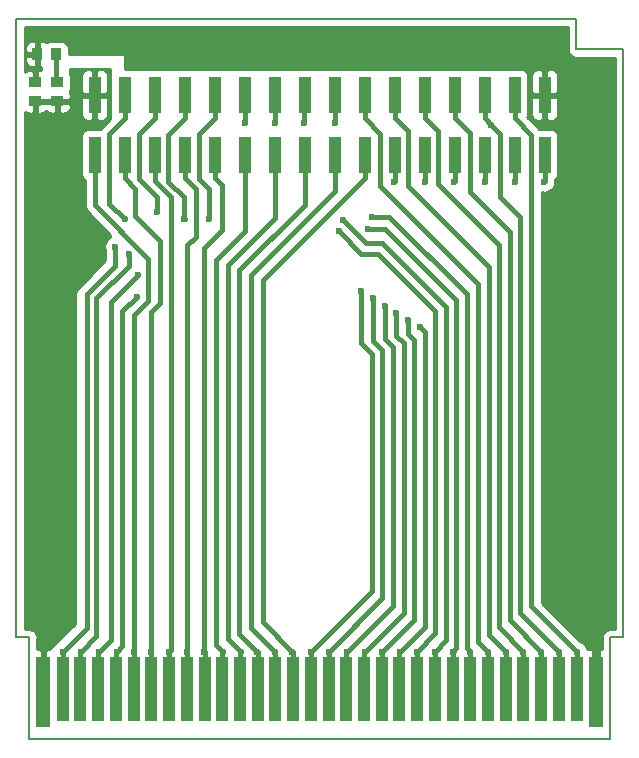
<source format=gbr>
G04 #@! TF.GenerationSoftware,KiCad,Pcbnew,5.1.6-c6e7f7d~86~ubuntu20.04.1*
G04 #@! TF.CreationDate,2020-05-17T16:09:24+03:00*
G04 #@! TF.ProjectId,GB-BRK-CART,47422d42-524b-42d4-9341-52542e6b6963,v4.0*
G04 #@! TF.SameCoordinates,Original*
G04 #@! TF.FileFunction,Copper,L1,Top*
G04 #@! TF.FilePolarity,Positive*
%FSLAX46Y46*%
G04 Gerber Fmt 4.6, Leading zero omitted, Abs format (unit mm)*
G04 Created by KiCad (PCBNEW 5.1.6-c6e7f7d~86~ubuntu20.04.1) date 2020-05-17 16:09:24*
%MOMM*%
%LPD*%
G01*
G04 APERTURE LIST*
G04 #@! TA.AperFunction,Profile*
%ADD10C,0.150000*%
G04 #@! TD*
G04 #@! TA.AperFunction,SMDPad,CuDef*
%ADD11R,1.000000X3.150000*%
G04 #@! TD*
G04 #@! TA.AperFunction,SMDPad,CuDef*
%ADD12R,1.000000X0.820000*%
G04 #@! TD*
G04 #@! TA.AperFunction,SMDPad,CuDef*
%ADD13R,0.820000X1.000000*%
G04 #@! TD*
G04 #@! TA.AperFunction,ConnectorPad*
%ADD14R,1.300000X6.000000*%
G04 #@! TD*
G04 #@! TA.AperFunction,ConnectorPad*
%ADD15R,1.000000X5.500000*%
G04 #@! TD*
G04 #@! TA.AperFunction,ViaPad*
%ADD16C,0.600000*%
G04 #@! TD*
G04 #@! TA.AperFunction,ViaPad*
%ADD17C,1.000000*%
G04 #@! TD*
G04 #@! TA.AperFunction,Conductor*
%ADD18C,0.800000*%
G04 #@! TD*
G04 #@! TA.AperFunction,Conductor*
%ADD19C,0.400000*%
G04 #@! TD*
G04 #@! TA.AperFunction,Conductor*
%ADD20C,0.254000*%
G04 #@! TD*
G04 APERTURE END LIST*
D10*
X121700000Y-39000000D02*
X121700000Y-41600000D01*
X74300000Y-39000000D02*
X121700000Y-39000000D01*
X125700000Y-41600000D02*
X121700000Y-41600000D01*
X74300000Y-91400000D02*
X74300000Y-39000000D01*
X75400000Y-91400000D02*
X74300000Y-91400000D01*
X75400000Y-100000000D02*
X75400000Y-91400000D01*
X125700000Y-91400000D02*
X125700000Y-41600000D01*
X124600000Y-91400000D02*
X125700000Y-91400000D01*
X124600000Y-100000000D02*
X124600000Y-91400000D01*
X75400000Y-100000000D02*
X124600000Y-100000000D01*
D11*
X119050000Y-45475000D03*
X119050000Y-50525000D03*
X116510000Y-45475000D03*
X116510000Y-50525000D03*
X113970000Y-45475000D03*
X113970000Y-50525000D03*
X111430000Y-45475000D03*
X111430000Y-50525000D03*
X108890000Y-45475000D03*
X108890000Y-50525000D03*
X106350000Y-45475000D03*
X106350000Y-50525000D03*
X103810000Y-45475000D03*
X103810000Y-50525000D03*
X101270000Y-45475000D03*
X101270000Y-50525000D03*
X98730000Y-45475000D03*
X98730000Y-50525000D03*
X96190000Y-45475000D03*
X96190000Y-50525000D03*
X93650000Y-45475000D03*
X93650000Y-50525000D03*
X91110000Y-45475000D03*
X91110000Y-50525000D03*
X88570000Y-45475000D03*
X88570000Y-50525000D03*
X86030000Y-45475000D03*
X86030000Y-50525000D03*
X83490000Y-45475000D03*
X83490000Y-50525000D03*
X80950000Y-45475000D03*
X80950000Y-50525000D03*
D12*
X77800000Y-44400000D03*
X77800000Y-46000000D03*
D13*
X77700000Y-42000000D03*
X76100000Y-42000000D03*
D14*
X123400000Y-96000000D03*
D15*
X121750000Y-95750000D03*
X120250000Y-95750000D03*
X118750000Y-95750000D03*
X117250000Y-95750000D03*
X115750000Y-95750000D03*
X114250000Y-95750000D03*
X112750000Y-95750000D03*
X111250000Y-95750000D03*
X109750000Y-95750000D03*
X108250000Y-95750000D03*
X106750000Y-95750000D03*
X105250000Y-95750000D03*
X103750000Y-95750000D03*
X102250000Y-95750000D03*
X100750000Y-95750000D03*
X99250000Y-95750000D03*
X97750000Y-95750000D03*
X96250000Y-95750000D03*
X94750000Y-95750000D03*
X93250000Y-95750000D03*
X91750000Y-95750000D03*
X90250000Y-95750000D03*
X88750000Y-95750000D03*
X87250000Y-95750000D03*
X85750000Y-95750000D03*
X84250000Y-95750000D03*
X82750000Y-95750000D03*
X81250000Y-95750000D03*
X79750000Y-95750000D03*
D14*
X76600000Y-96000000D03*
D15*
X78250000Y-95750000D03*
D12*
X75900000Y-46000000D03*
X75900000Y-44400000D03*
D16*
X123400000Y-92600000D03*
D17*
X123400000Y-90200000D03*
X123900000Y-84000000D03*
X120700000Y-68500000D03*
X120300000Y-78300000D03*
X123300000Y-74500000D03*
X123000000Y-63200000D03*
X120300000Y-59000000D03*
X123300000Y-54900000D03*
X122300000Y-48800000D03*
X120300000Y-86100000D03*
X77600000Y-40300000D03*
X100000000Y-40200000D03*
X120200000Y-42900000D03*
D16*
X84300000Y-92600000D03*
X78300000Y-92600000D03*
X82700000Y-58300000D03*
X83500000Y-56000000D03*
X85700000Y-92600000D03*
X87250000Y-92600000D03*
X88800000Y-92600000D03*
X90200000Y-92600000D03*
X101600000Y-57000000D03*
X93700000Y-47800000D03*
X108250000Y-92600000D03*
X91800000Y-92600000D03*
X102006139Y-56086186D03*
X96200000Y-47800000D03*
X109750000Y-92600000D03*
X93300000Y-92600000D03*
X104100000Y-56800000D03*
X98700000Y-47800000D03*
X111250000Y-92600000D03*
X94700000Y-92600000D03*
X104400000Y-55800000D03*
X101300000Y-47800000D03*
X112750000Y-92600000D03*
X96200000Y-92600000D03*
X114250000Y-92600000D03*
X97700000Y-92600000D03*
X115750000Y-92600000D03*
X103500000Y-62100000D03*
X106300000Y-52800000D03*
X99300000Y-92600000D03*
X117250000Y-92600000D03*
X104499994Y-62700000D03*
X108900000Y-52800000D03*
X100800000Y-92600000D03*
X118750000Y-92600000D03*
X105500000Y-63300000D03*
X111400000Y-52800000D03*
X102300000Y-92600000D03*
X106499994Y-63900000D03*
X114000000Y-52800000D03*
X103800000Y-92600000D03*
X121750000Y-92600000D03*
X107507115Y-64507115D03*
X116500000Y-52800000D03*
X105300000Y-92600000D03*
X108500000Y-65100000D03*
X119000000Y-52800000D03*
X106800000Y-92600000D03*
X114520000Y-48000000D03*
X120250000Y-92600000D03*
X90600000Y-56000000D03*
X82800000Y-92600000D03*
X84499996Y-62600000D03*
X88500000Y-56000000D03*
X81300000Y-92600000D03*
X84600000Y-60700000D03*
X79800000Y-92600000D03*
X83847602Y-58952398D03*
X86200000Y-55400000D03*
D18*
X123400000Y-92600000D02*
X123400000Y-90200000D01*
X123400000Y-96000000D02*
X123400000Y-92600000D01*
X123400000Y-89792894D02*
X123400000Y-90200000D01*
X123400000Y-89700000D02*
X123400000Y-89792894D01*
X123900000Y-84000000D02*
X123400000Y-84500000D01*
X123400000Y-84500000D02*
X123400000Y-89792894D01*
X123900000Y-84000000D02*
X123900000Y-83800000D01*
D19*
X119050000Y-45230000D02*
X119050000Y-46230000D01*
X77800000Y-42100000D02*
X77700000Y-42000000D01*
X77700000Y-44300000D02*
X77800000Y-44400000D01*
X77700000Y-42000000D02*
X77700000Y-44300000D01*
X84300000Y-92600000D02*
X84300000Y-64131998D01*
X84300000Y-64131998D02*
X85500001Y-62931997D01*
X85500001Y-62931997D02*
X85500001Y-59332003D01*
X85500001Y-59332003D02*
X80950000Y-54782002D01*
X80950000Y-54782002D02*
X80950000Y-50525000D01*
X84250000Y-95750000D02*
X84250000Y-92650000D01*
X84250000Y-92650000D02*
X84300000Y-92600000D01*
X78300000Y-92600000D02*
X80300000Y-90600000D01*
X80300000Y-62328004D02*
X82700000Y-59928004D01*
X80300000Y-90600000D02*
X80300000Y-62328004D01*
X82700000Y-59928004D02*
X82700000Y-58300000D01*
X78250000Y-95750000D02*
X78250000Y-92650000D01*
X78250000Y-92650000D02*
X78300000Y-92600000D01*
X83500000Y-56000000D02*
X82200000Y-54700000D01*
X82200000Y-54700000D02*
X82200000Y-48740000D01*
X82200000Y-48740000D02*
X83490000Y-47450000D01*
X83490000Y-47450000D02*
X83490000Y-45475000D01*
X83490000Y-55990000D02*
X83500000Y-56000000D01*
X85700000Y-92600000D02*
X85700000Y-63863382D01*
X85700000Y-63863382D02*
X86500000Y-63063382D01*
X86500000Y-63063382D02*
X86500000Y-57832002D01*
X86500000Y-57832002D02*
X84400001Y-55732003D01*
X84400001Y-55732003D02*
X84400001Y-53410001D01*
X84400001Y-53410001D02*
X83490000Y-52500000D01*
X83490000Y-52500000D02*
X83490000Y-50525000D01*
X85750000Y-95750000D02*
X85750000Y-92650000D01*
X85750000Y-92650000D02*
X85700000Y-92600000D01*
X86030000Y-50525000D02*
X86030000Y-52777232D01*
X87400000Y-92450000D02*
X87250000Y-92600000D01*
X86030000Y-52777232D02*
X87400000Y-54147232D01*
X87400000Y-54147232D02*
X87400000Y-92450000D01*
X87250000Y-95750000D02*
X87250000Y-92600000D01*
X88800000Y-92600000D02*
X88800000Y-58200000D01*
X88800000Y-58200000D02*
X89500001Y-57499999D01*
X89500001Y-57499999D02*
X89500001Y-53430001D01*
X89500001Y-53430001D02*
X88570000Y-52500000D01*
X88570000Y-52500000D02*
X88570000Y-50525000D01*
X88750000Y-95750000D02*
X88750000Y-92650000D01*
X88750000Y-92650000D02*
X88800000Y-92600000D01*
X91110000Y-50525000D02*
X91110000Y-52500000D01*
X91110000Y-52500000D02*
X91700000Y-53090000D01*
X91700000Y-53090000D02*
X91700000Y-56900000D01*
X91700000Y-56900000D02*
X90200000Y-58400000D01*
X90200000Y-58400000D02*
X90200000Y-92600000D01*
X90250000Y-95750000D02*
X90250000Y-92650000D01*
X90250000Y-92650000D02*
X90200000Y-92600000D01*
X108250000Y-92600000D02*
X109800000Y-91050000D01*
X109800000Y-91050000D02*
X109800000Y-63800000D01*
X103500000Y-58900000D02*
X101600000Y-57000000D01*
X109800000Y-63800000D02*
X104900000Y-58900000D01*
X104900000Y-58900000D02*
X103500000Y-58900000D01*
X93700000Y-47800000D02*
X93700000Y-45525000D01*
X93700000Y-45525000D02*
X93650000Y-45475000D01*
X108250000Y-92600000D02*
X108250000Y-95750000D01*
X93650000Y-50525000D02*
X93650000Y-56950000D01*
X93650000Y-56950000D02*
X91200000Y-59400000D01*
X91200000Y-59400000D02*
X91200000Y-92000000D01*
X91200000Y-92000000D02*
X91800000Y-92600000D01*
X91750000Y-95750000D02*
X91750000Y-92650000D01*
X91750000Y-92650000D02*
X91800000Y-92600000D01*
X110700000Y-63400006D02*
X105299994Y-58000000D01*
X105299994Y-58000000D02*
X103919953Y-58000000D01*
X103919953Y-58000000D02*
X102006139Y-56086186D01*
X110700000Y-63400006D02*
X110700000Y-63400000D01*
X109750000Y-92600000D02*
X110700000Y-91650000D01*
X110700000Y-91650000D02*
X110700000Y-63400006D01*
X96200000Y-47800000D02*
X96200000Y-45485000D01*
X96200000Y-45485000D02*
X96190000Y-45475000D01*
X109750000Y-92600000D02*
X109750000Y-95750000D01*
X93300000Y-92600000D02*
X92200000Y-91500000D01*
X92200000Y-91500000D02*
X92200000Y-59900000D01*
X92200000Y-59900000D02*
X96190000Y-55910000D01*
X96190000Y-55910000D02*
X96190000Y-50525000D01*
X93250000Y-95750000D02*
X93250000Y-92650000D01*
X93250000Y-92650000D02*
X93300000Y-92600000D01*
X105500014Y-56800000D02*
X104100000Y-56800000D01*
X111549999Y-62849985D02*
X105500014Y-56800000D01*
X111549999Y-92300001D02*
X111549999Y-62849985D01*
X111250000Y-92600000D02*
X111549999Y-92300001D01*
X98700000Y-47800000D02*
X98700000Y-45505000D01*
X98700000Y-45505000D02*
X98730000Y-45475000D01*
X111250000Y-92600000D02*
X111250000Y-95750000D01*
X98730000Y-50525000D02*
X98730000Y-54770000D01*
X98730000Y-54770000D02*
X93200000Y-60300000D01*
X93200000Y-60300000D02*
X93200000Y-91100000D01*
X93200000Y-91100000D02*
X94700000Y-92600000D01*
X94750000Y-95750000D02*
X94750000Y-92650000D01*
X94750000Y-92650000D02*
X94700000Y-92600000D01*
X105899996Y-55800000D02*
X104400000Y-55800000D01*
X112450001Y-62350005D02*
X105899996Y-55800000D01*
X112450001Y-92300001D02*
X112450001Y-62350005D01*
X112750000Y-92600000D02*
X112450001Y-92300001D01*
X101300000Y-47800000D02*
X101300000Y-45505000D01*
X101300000Y-45505000D02*
X101270000Y-45475000D01*
X112750000Y-92600000D02*
X112750000Y-95750000D01*
X101270000Y-50525000D02*
X101270000Y-53630000D01*
X101270000Y-53630000D02*
X94200000Y-60700000D01*
X94200000Y-60700000D02*
X94200000Y-90600000D01*
X94200000Y-90600000D02*
X96200000Y-92600000D01*
X96250000Y-95750000D02*
X96250000Y-92650000D01*
X96250000Y-92650000D02*
X96200000Y-92600000D01*
X114250000Y-92600000D02*
X113400000Y-91750000D01*
X113400000Y-91750000D02*
X113400000Y-61500000D01*
X113400000Y-61500000D02*
X105100000Y-53200000D01*
X105100000Y-53200000D02*
X105100000Y-48740000D01*
X105100000Y-48740000D02*
X103810000Y-47450000D01*
X103810000Y-47450000D02*
X103810000Y-45475000D01*
X114250000Y-92600000D02*
X114250000Y-95750000D01*
X103810000Y-52500000D02*
X95200000Y-61110000D01*
X103810000Y-50525000D02*
X103810000Y-52500000D01*
X95200000Y-61110000D02*
X95200000Y-90100000D01*
X95200000Y-90100000D02*
X97700000Y-92600000D01*
X97750000Y-95750000D02*
X97750000Y-92650000D01*
X97750000Y-92650000D02*
X97700000Y-92600000D01*
X115750000Y-92600000D02*
X114300000Y-91150000D01*
X114300000Y-91150000D02*
X114300000Y-60000000D01*
X114300000Y-60000000D02*
X107450001Y-53150001D01*
X107450001Y-53150001D02*
X107450001Y-48550001D01*
X107450001Y-48550001D02*
X106350000Y-47450000D01*
X106350000Y-47450000D02*
X106350000Y-45475000D01*
X115750000Y-92600000D02*
X115750000Y-95750000D01*
X99300000Y-92600000D02*
X104400000Y-87500000D01*
X104400000Y-87500000D02*
X104400000Y-67400000D01*
X104400000Y-67400000D02*
X103500000Y-66500000D01*
X103500000Y-66500000D02*
X103500000Y-62100000D01*
X106350000Y-50525000D02*
X106350000Y-52750000D01*
X106350000Y-52750000D02*
X106300000Y-52800000D01*
X99250000Y-95750000D02*
X99250000Y-92650000D01*
X99250000Y-92650000D02*
X99300000Y-92600000D01*
X117250000Y-92600000D02*
X115200000Y-90550000D01*
X115200000Y-90550000D02*
X115200000Y-58200000D01*
X115200000Y-58200000D02*
X109990001Y-52990001D01*
X109990001Y-52990001D02*
X109990001Y-48550001D01*
X109990001Y-48550001D02*
X108890000Y-47450000D01*
X108890000Y-47450000D02*
X108890000Y-45475000D01*
X117250000Y-92600000D02*
X117250000Y-95750000D01*
X100800000Y-92600000D02*
X105300000Y-88100000D01*
X105300000Y-88100000D02*
X105300000Y-67100000D01*
X105300000Y-67100000D02*
X104499994Y-66299994D01*
X104499994Y-66299994D02*
X104499994Y-62700000D01*
X108890000Y-50525000D02*
X108890000Y-52790000D01*
X108890000Y-52790000D02*
X108900000Y-52800000D01*
X100750000Y-95750000D02*
X100750000Y-92650000D01*
X100750000Y-92650000D02*
X100800000Y-92600000D01*
X118750000Y-92600000D02*
X116100000Y-89950000D01*
X116100000Y-89950000D02*
X116100000Y-57100000D01*
X116100000Y-57100000D02*
X112700000Y-53700000D01*
X112700000Y-53700000D02*
X112700000Y-48720000D01*
X112700000Y-48720000D02*
X111430000Y-47450000D01*
X111430000Y-47450000D02*
X111430000Y-45475000D01*
X118750000Y-92600000D02*
X118750000Y-95750000D01*
X102300000Y-92600000D02*
X106200000Y-88700000D01*
X106200000Y-88700000D02*
X106200000Y-66800000D01*
X106200000Y-66800000D02*
X105500000Y-66100000D01*
X105500000Y-66100000D02*
X105500000Y-63300000D01*
X111430000Y-50525000D02*
X111430000Y-52770000D01*
X111430000Y-52770000D02*
X111400000Y-52800000D01*
X102250000Y-95750000D02*
X102250000Y-92650000D01*
X102250000Y-92650000D02*
X102300000Y-92600000D01*
X103800000Y-92600000D02*
X107100000Y-89300000D01*
X107100000Y-89300000D02*
X107100000Y-66500000D01*
X107100000Y-66500000D02*
X106499994Y-65899994D01*
X106499994Y-65899994D02*
X106499994Y-63900000D01*
X113970000Y-50525000D02*
X113970000Y-52770000D01*
X113970000Y-52770000D02*
X114000000Y-52800000D01*
X103750000Y-95750000D02*
X103750000Y-92650000D01*
X103750000Y-92650000D02*
X103800000Y-92600000D01*
X121750000Y-92600000D02*
X117900000Y-88750000D01*
X117900000Y-48840000D02*
X116510000Y-47450000D01*
X117900000Y-88750000D02*
X117900000Y-48840000D01*
X116510000Y-47450000D02*
X116510000Y-45475000D01*
X121750000Y-92600000D02*
X121750000Y-95750000D01*
X105300000Y-92600000D02*
X108000000Y-89900000D01*
X108000000Y-89900000D02*
X108000000Y-66200000D01*
X108000000Y-66200000D02*
X107500000Y-65700000D01*
X107500000Y-65700000D02*
X107507115Y-65692885D01*
X107507115Y-65692885D02*
X107507115Y-64507115D01*
X116510000Y-50525000D02*
X116510000Y-52790000D01*
X116510000Y-52790000D02*
X116500000Y-52800000D01*
X105250000Y-95750000D02*
X105250000Y-92650000D01*
X105250000Y-92650000D02*
X105300000Y-92600000D01*
X108900000Y-90500000D02*
X108900000Y-65500000D01*
X108900000Y-65500000D02*
X108500000Y-65100000D01*
X106800000Y-92600000D02*
X108900000Y-90500000D01*
X119050000Y-50525000D02*
X119050000Y-52750000D01*
X119050000Y-52750000D02*
X119000000Y-52800000D01*
X106750000Y-95750000D02*
X106750000Y-92650000D01*
X106750000Y-92650000D02*
X106800000Y-92600000D01*
X120250000Y-92600000D02*
X117000000Y-89350000D01*
X117000000Y-89350000D02*
X117000000Y-55800000D01*
X117000000Y-55800000D02*
X115300000Y-54100000D01*
X115300000Y-48780000D02*
X114520000Y-48000000D01*
X115300000Y-54100000D02*
X115300000Y-48780000D01*
X114520000Y-48000000D02*
X113970000Y-47450000D01*
X113970000Y-47450000D02*
X113970000Y-45475000D01*
X120250000Y-92600000D02*
X120250000Y-95750000D01*
X91110000Y-45475000D02*
X91110000Y-47450000D01*
X91110000Y-47450000D02*
X89800000Y-48760000D01*
X89800000Y-48760000D02*
X89800000Y-52598616D01*
X89800000Y-52598616D02*
X90600000Y-53398616D01*
X90600000Y-53398616D02*
X90600000Y-56000000D01*
X82800000Y-92600000D02*
X83300000Y-92100000D01*
X83300000Y-92100000D02*
X83300000Y-63799996D01*
X83300000Y-63799996D02*
X84499996Y-62600000D01*
X82750000Y-95750000D02*
X82750000Y-92650000D01*
X82750000Y-92650000D02*
X82800000Y-92600000D01*
X87200000Y-52815848D02*
X88500000Y-54115848D01*
X88570000Y-55970000D02*
X88540000Y-56000000D01*
X87200000Y-48820000D02*
X87200000Y-52815848D01*
X88570000Y-45475000D02*
X88570000Y-47450000D01*
X88540000Y-56000000D02*
X88500000Y-56000000D01*
X88500000Y-54115848D02*
X88500000Y-56000000D01*
X88570000Y-47450000D02*
X87200000Y-48820000D01*
X88500000Y-55900000D02*
X88500000Y-56000000D01*
X81300000Y-92600000D02*
X82300000Y-91600000D01*
X82300000Y-91600000D02*
X82300000Y-63000000D01*
X82300000Y-63000000D02*
X84600000Y-60700000D01*
X81250000Y-95750000D02*
X81250000Y-92650000D01*
X81250000Y-92650000D02*
X81300000Y-92600000D01*
X79750000Y-95750000D02*
X79750000Y-92650000D01*
X79750000Y-92650000D02*
X79800000Y-92600000D01*
X83847602Y-59911786D02*
X83847602Y-58952398D01*
X81100010Y-62659378D02*
X83847602Y-59911786D01*
X79800000Y-92600000D02*
X81100010Y-91299990D01*
X81100010Y-91299990D02*
X81100010Y-62659378D01*
X86030000Y-47450000D02*
X86030000Y-45475000D01*
X84700000Y-48780000D02*
X86030000Y-47450000D01*
X84700000Y-52578616D02*
X84700000Y-48780000D01*
X86200000Y-55400000D02*
X86200000Y-54078616D01*
X86200000Y-54078616D02*
X84700000Y-52578616D01*
D20*
G36*
X82273000Y-47486132D02*
G01*
X81638574Y-48120559D01*
X81606710Y-48146709D01*
X81580562Y-48178571D01*
X81502364Y-48273855D01*
X81480412Y-48314923D01*
X81450000Y-48311928D01*
X80450000Y-48311928D01*
X80325518Y-48324188D01*
X80205820Y-48360498D01*
X80095506Y-48419463D01*
X79998815Y-48498815D01*
X79919463Y-48595506D01*
X79860498Y-48705820D01*
X79824188Y-48825518D01*
X79811928Y-48950000D01*
X79811928Y-52100000D01*
X79824188Y-52224482D01*
X79860498Y-52344180D01*
X79919463Y-52454494D01*
X79998815Y-52551185D01*
X80095506Y-52630537D01*
X80115001Y-52640957D01*
X80115000Y-54740983D01*
X80110960Y-54782002D01*
X80115000Y-54823020D01*
X80127082Y-54945690D01*
X80174828Y-55103088D01*
X80252364Y-55248147D01*
X80356709Y-55375293D01*
X80388579Y-55401448D01*
X82273000Y-57285870D01*
X82273000Y-57464833D01*
X82257111Y-57471414D01*
X82103972Y-57573738D01*
X81973738Y-57703972D01*
X81871414Y-57857111D01*
X81800932Y-58027271D01*
X81765000Y-58207911D01*
X81765000Y-58392089D01*
X81800932Y-58572729D01*
X81865001Y-58727406D01*
X81865000Y-59470210D01*
X79308738Y-62111681D01*
X79293261Y-62131183D01*
X79281886Y-62153329D01*
X79275051Y-62177269D01*
X79273000Y-62200000D01*
X79273000Y-90247394D01*
X77210197Y-92310197D01*
X77194403Y-92329443D01*
X77182667Y-92351399D01*
X77179292Y-92362524D01*
X76885750Y-92365000D01*
X76727000Y-92523750D01*
X76727000Y-95873000D01*
X76747000Y-95873000D01*
X76747000Y-96127000D01*
X76727000Y-96127000D01*
X76727000Y-96147000D01*
X76473000Y-96147000D01*
X76473000Y-96127000D01*
X76453000Y-96127000D01*
X76453000Y-95873000D01*
X76473000Y-95873000D01*
X76473000Y-92523750D01*
X76314250Y-92365000D01*
X76110000Y-92363277D01*
X76110000Y-91434876D01*
X76113435Y-91400000D01*
X76099727Y-91260816D01*
X76059128Y-91126980D01*
X75993200Y-91003637D01*
X75904475Y-90895525D01*
X75796363Y-90806800D01*
X75673020Y-90740872D01*
X75539184Y-90700273D01*
X75434877Y-90690000D01*
X75400000Y-90686565D01*
X75365123Y-90690000D01*
X75010000Y-90690000D01*
X75010000Y-47050000D01*
X79811928Y-47050000D01*
X79824188Y-47174482D01*
X79860498Y-47294180D01*
X79919463Y-47404494D01*
X79998815Y-47501185D01*
X80095506Y-47580537D01*
X80205820Y-47639502D01*
X80325518Y-47675812D01*
X80450000Y-47688072D01*
X80664250Y-47685000D01*
X80823000Y-47526250D01*
X80823000Y-45602000D01*
X81077000Y-45602000D01*
X81077000Y-47526250D01*
X81235750Y-47685000D01*
X81450000Y-47688072D01*
X81574482Y-47675812D01*
X81694180Y-47639502D01*
X81804494Y-47580537D01*
X81901185Y-47501185D01*
X81980537Y-47404494D01*
X82039502Y-47294180D01*
X82075812Y-47174482D01*
X82088072Y-47050000D01*
X82085000Y-45760750D01*
X81926250Y-45602000D01*
X81077000Y-45602000D01*
X80823000Y-45602000D01*
X79973750Y-45602000D01*
X79815000Y-45760750D01*
X79811928Y-47050000D01*
X75010000Y-47050000D01*
X75010000Y-46911398D01*
X75045506Y-46940537D01*
X75155820Y-46999502D01*
X75275518Y-47035812D01*
X75400000Y-47048072D01*
X75614250Y-47045000D01*
X75773000Y-46886250D01*
X75773000Y-46127000D01*
X76027000Y-46127000D01*
X76027000Y-46886250D01*
X76185750Y-47045000D01*
X76400000Y-47048072D01*
X76524482Y-47035812D01*
X76644180Y-46999502D01*
X76754494Y-46940537D01*
X76850000Y-46862158D01*
X76945506Y-46940537D01*
X77055820Y-46999502D01*
X77175518Y-47035812D01*
X77300000Y-47048072D01*
X77514250Y-47045000D01*
X77673000Y-46886250D01*
X77673000Y-46127000D01*
X77927000Y-46127000D01*
X77927000Y-46886250D01*
X78085750Y-47045000D01*
X78300000Y-47048072D01*
X78424482Y-47035812D01*
X78544180Y-46999502D01*
X78654494Y-46940537D01*
X78751185Y-46861185D01*
X78830537Y-46764494D01*
X78889502Y-46654180D01*
X78925812Y-46534482D01*
X78938072Y-46410000D01*
X78935000Y-46285750D01*
X78776250Y-46127000D01*
X77927000Y-46127000D01*
X77673000Y-46127000D01*
X76027000Y-46127000D01*
X75773000Y-46127000D01*
X75753000Y-46127000D01*
X75753000Y-45873000D01*
X75773000Y-45873000D01*
X75773000Y-45853000D01*
X76027000Y-45853000D01*
X76027000Y-45873000D01*
X77673000Y-45873000D01*
X77673000Y-45853000D01*
X77927000Y-45853000D01*
X77927000Y-45873000D01*
X78776250Y-45873000D01*
X78935000Y-45714250D01*
X78938072Y-45590000D01*
X78925812Y-45465518D01*
X78889502Y-45345820D01*
X78830537Y-45235506D01*
X78827000Y-45231196D01*
X78827000Y-45168804D01*
X78830537Y-45164494D01*
X78889502Y-45054180D01*
X78925812Y-44934482D01*
X78938072Y-44810000D01*
X78938072Y-43990000D01*
X78929209Y-43900000D01*
X79811928Y-43900000D01*
X79815000Y-45189250D01*
X79973750Y-45348000D01*
X80823000Y-45348000D01*
X80823000Y-43423750D01*
X81077000Y-43423750D01*
X81077000Y-45348000D01*
X81926250Y-45348000D01*
X82085000Y-45189250D01*
X82088072Y-43900000D01*
X82075812Y-43775518D01*
X82039502Y-43655820D01*
X81980537Y-43545506D01*
X81901185Y-43448815D01*
X81804494Y-43369463D01*
X81694180Y-43310498D01*
X81574482Y-43274188D01*
X81450000Y-43261928D01*
X81235750Y-43265000D01*
X81077000Y-43423750D01*
X80823000Y-43423750D01*
X80664250Y-43265000D01*
X80450000Y-43261928D01*
X80325518Y-43274188D01*
X80205820Y-43310498D01*
X80095506Y-43369463D01*
X79998815Y-43448815D01*
X79919463Y-43545506D01*
X79860498Y-43655820D01*
X79824188Y-43775518D01*
X79811928Y-43900000D01*
X78929209Y-43900000D01*
X78925812Y-43865518D01*
X78889502Y-43745820D01*
X78830537Y-43635506D01*
X78827000Y-43631196D01*
X78827000Y-43227000D01*
X82273000Y-43227000D01*
X82273000Y-47486132D01*
G37*
X82273000Y-47486132D02*
X81638574Y-48120559D01*
X81606710Y-48146709D01*
X81580562Y-48178571D01*
X81502364Y-48273855D01*
X81480412Y-48314923D01*
X81450000Y-48311928D01*
X80450000Y-48311928D01*
X80325518Y-48324188D01*
X80205820Y-48360498D01*
X80095506Y-48419463D01*
X79998815Y-48498815D01*
X79919463Y-48595506D01*
X79860498Y-48705820D01*
X79824188Y-48825518D01*
X79811928Y-48950000D01*
X79811928Y-52100000D01*
X79824188Y-52224482D01*
X79860498Y-52344180D01*
X79919463Y-52454494D01*
X79998815Y-52551185D01*
X80095506Y-52630537D01*
X80115001Y-52640957D01*
X80115000Y-54740983D01*
X80110960Y-54782002D01*
X80115000Y-54823020D01*
X80127082Y-54945690D01*
X80174828Y-55103088D01*
X80252364Y-55248147D01*
X80356709Y-55375293D01*
X80388579Y-55401448D01*
X82273000Y-57285870D01*
X82273000Y-57464833D01*
X82257111Y-57471414D01*
X82103972Y-57573738D01*
X81973738Y-57703972D01*
X81871414Y-57857111D01*
X81800932Y-58027271D01*
X81765000Y-58207911D01*
X81765000Y-58392089D01*
X81800932Y-58572729D01*
X81865001Y-58727406D01*
X81865000Y-59470210D01*
X79308738Y-62111681D01*
X79293261Y-62131183D01*
X79281886Y-62153329D01*
X79275051Y-62177269D01*
X79273000Y-62200000D01*
X79273000Y-90247394D01*
X77210197Y-92310197D01*
X77194403Y-92329443D01*
X77182667Y-92351399D01*
X77179292Y-92362524D01*
X76885750Y-92365000D01*
X76727000Y-92523750D01*
X76727000Y-95873000D01*
X76747000Y-95873000D01*
X76747000Y-96127000D01*
X76727000Y-96127000D01*
X76727000Y-96147000D01*
X76473000Y-96147000D01*
X76473000Y-96127000D01*
X76453000Y-96127000D01*
X76453000Y-95873000D01*
X76473000Y-95873000D01*
X76473000Y-92523750D01*
X76314250Y-92365000D01*
X76110000Y-92363277D01*
X76110000Y-91434876D01*
X76113435Y-91400000D01*
X76099727Y-91260816D01*
X76059128Y-91126980D01*
X75993200Y-91003637D01*
X75904475Y-90895525D01*
X75796363Y-90806800D01*
X75673020Y-90740872D01*
X75539184Y-90700273D01*
X75434877Y-90690000D01*
X75400000Y-90686565D01*
X75365123Y-90690000D01*
X75010000Y-90690000D01*
X75010000Y-47050000D01*
X79811928Y-47050000D01*
X79824188Y-47174482D01*
X79860498Y-47294180D01*
X79919463Y-47404494D01*
X79998815Y-47501185D01*
X80095506Y-47580537D01*
X80205820Y-47639502D01*
X80325518Y-47675812D01*
X80450000Y-47688072D01*
X80664250Y-47685000D01*
X80823000Y-47526250D01*
X80823000Y-45602000D01*
X81077000Y-45602000D01*
X81077000Y-47526250D01*
X81235750Y-47685000D01*
X81450000Y-47688072D01*
X81574482Y-47675812D01*
X81694180Y-47639502D01*
X81804494Y-47580537D01*
X81901185Y-47501185D01*
X81980537Y-47404494D01*
X82039502Y-47294180D01*
X82075812Y-47174482D01*
X82088072Y-47050000D01*
X82085000Y-45760750D01*
X81926250Y-45602000D01*
X81077000Y-45602000D01*
X80823000Y-45602000D01*
X79973750Y-45602000D01*
X79815000Y-45760750D01*
X79811928Y-47050000D01*
X75010000Y-47050000D01*
X75010000Y-46911398D01*
X75045506Y-46940537D01*
X75155820Y-46999502D01*
X75275518Y-47035812D01*
X75400000Y-47048072D01*
X75614250Y-47045000D01*
X75773000Y-46886250D01*
X75773000Y-46127000D01*
X76027000Y-46127000D01*
X76027000Y-46886250D01*
X76185750Y-47045000D01*
X76400000Y-47048072D01*
X76524482Y-47035812D01*
X76644180Y-46999502D01*
X76754494Y-46940537D01*
X76850000Y-46862158D01*
X76945506Y-46940537D01*
X77055820Y-46999502D01*
X77175518Y-47035812D01*
X77300000Y-47048072D01*
X77514250Y-47045000D01*
X77673000Y-46886250D01*
X77673000Y-46127000D01*
X77927000Y-46127000D01*
X77927000Y-46886250D01*
X78085750Y-47045000D01*
X78300000Y-47048072D01*
X78424482Y-47035812D01*
X78544180Y-46999502D01*
X78654494Y-46940537D01*
X78751185Y-46861185D01*
X78830537Y-46764494D01*
X78889502Y-46654180D01*
X78925812Y-46534482D01*
X78938072Y-46410000D01*
X78935000Y-46285750D01*
X78776250Y-46127000D01*
X77927000Y-46127000D01*
X77673000Y-46127000D01*
X76027000Y-46127000D01*
X75773000Y-46127000D01*
X75753000Y-46127000D01*
X75753000Y-45873000D01*
X75773000Y-45873000D01*
X75773000Y-45853000D01*
X76027000Y-45853000D01*
X76027000Y-45873000D01*
X77673000Y-45873000D01*
X77673000Y-45853000D01*
X77927000Y-45853000D01*
X77927000Y-45873000D01*
X78776250Y-45873000D01*
X78935000Y-45714250D01*
X78938072Y-45590000D01*
X78925812Y-45465518D01*
X78889502Y-45345820D01*
X78830537Y-45235506D01*
X78827000Y-45231196D01*
X78827000Y-45168804D01*
X78830537Y-45164494D01*
X78889502Y-45054180D01*
X78925812Y-44934482D01*
X78938072Y-44810000D01*
X78938072Y-43990000D01*
X78929209Y-43900000D01*
X79811928Y-43900000D01*
X79815000Y-45189250D01*
X79973750Y-45348000D01*
X80823000Y-45348000D01*
X80823000Y-43423750D01*
X81077000Y-43423750D01*
X81077000Y-45348000D01*
X81926250Y-45348000D01*
X82085000Y-45189250D01*
X82088072Y-43900000D01*
X82075812Y-43775518D01*
X82039502Y-43655820D01*
X81980537Y-43545506D01*
X81901185Y-43448815D01*
X81804494Y-43369463D01*
X81694180Y-43310498D01*
X81574482Y-43274188D01*
X81450000Y-43261928D01*
X81235750Y-43265000D01*
X81077000Y-43423750D01*
X80823000Y-43423750D01*
X80664250Y-43265000D01*
X80450000Y-43261928D01*
X80325518Y-43274188D01*
X80205820Y-43310498D01*
X80095506Y-43369463D01*
X79998815Y-43448815D01*
X79919463Y-43545506D01*
X79860498Y-43655820D01*
X79824188Y-43775518D01*
X79811928Y-43900000D01*
X78929209Y-43900000D01*
X78925812Y-43865518D01*
X78889502Y-43745820D01*
X78830537Y-43635506D01*
X78827000Y-43631196D01*
X78827000Y-43227000D01*
X82273000Y-43227000D01*
X82273000Y-47486132D01*
G36*
X120990001Y-41565113D02*
G01*
X120986565Y-41600000D01*
X121000273Y-41739184D01*
X121040872Y-41873020D01*
X121106800Y-41996363D01*
X121195525Y-42104475D01*
X121303637Y-42193200D01*
X121426980Y-42259128D01*
X121560816Y-42299727D01*
X121665123Y-42310000D01*
X121700000Y-42313435D01*
X121734877Y-42310000D01*
X124990001Y-42310000D01*
X124990000Y-90690000D01*
X124634877Y-90690000D01*
X124600000Y-90686565D01*
X124565123Y-90690000D01*
X124460816Y-90700273D01*
X124326980Y-90740872D01*
X124203637Y-90806800D01*
X124095525Y-90895525D01*
X124006800Y-91003637D01*
X123940872Y-91126980D01*
X123900273Y-91260816D01*
X123886565Y-91400000D01*
X123890001Y-91434887D01*
X123890001Y-92363277D01*
X123685750Y-92365000D01*
X123527000Y-92523750D01*
X123527000Y-95873000D01*
X123547000Y-95873000D01*
X123547000Y-96127000D01*
X123527000Y-96127000D01*
X123527000Y-96147000D01*
X123273000Y-96147000D01*
X123273000Y-96127000D01*
X123253000Y-96127000D01*
X123253000Y-95873000D01*
X123273000Y-95873000D01*
X123273000Y-92523750D01*
X123114250Y-92365000D01*
X122750000Y-92361928D01*
X122657769Y-92371012D01*
X122649068Y-92327271D01*
X122578586Y-92157111D01*
X122476262Y-92003972D01*
X122346028Y-91873738D01*
X122192889Y-91771414D01*
X122038214Y-91707346D01*
X118827000Y-88496133D01*
X118827000Y-53718905D01*
X118907911Y-53735000D01*
X119092089Y-53735000D01*
X119272729Y-53699068D01*
X119442889Y-53628586D01*
X119596028Y-53526262D01*
X119726262Y-53396028D01*
X119828586Y-53242889D01*
X119899068Y-53072729D01*
X119935000Y-52892089D01*
X119935000Y-52707911D01*
X119917488Y-52619873D01*
X120001185Y-52551185D01*
X120080537Y-52454494D01*
X120139502Y-52344180D01*
X120175812Y-52224482D01*
X120188072Y-52100000D01*
X120188072Y-48950000D01*
X120175812Y-48825518D01*
X120139502Y-48705820D01*
X120080537Y-48595506D01*
X120001185Y-48498815D01*
X119904494Y-48419463D01*
X119794180Y-48360498D01*
X119674482Y-48324188D01*
X119550000Y-48311928D01*
X118550000Y-48311928D01*
X118547053Y-48312218D01*
X118519439Y-48278570D01*
X118519437Y-48278568D01*
X118493291Y-48246709D01*
X118461432Y-48220563D01*
X117577051Y-47336183D01*
X117599502Y-47294180D01*
X117635812Y-47174482D01*
X117648072Y-47050000D01*
X117911928Y-47050000D01*
X117924188Y-47174482D01*
X117960498Y-47294180D01*
X118019463Y-47404494D01*
X118098815Y-47501185D01*
X118195506Y-47580537D01*
X118305820Y-47639502D01*
X118425518Y-47675812D01*
X118550000Y-47688072D01*
X118764250Y-47685000D01*
X118923000Y-47526250D01*
X118923000Y-45602000D01*
X119177000Y-45602000D01*
X119177000Y-47526250D01*
X119335750Y-47685000D01*
X119550000Y-47688072D01*
X119674482Y-47675812D01*
X119794180Y-47639502D01*
X119904494Y-47580537D01*
X120001185Y-47501185D01*
X120080537Y-47404494D01*
X120139502Y-47294180D01*
X120175812Y-47174482D01*
X120188072Y-47050000D01*
X120185000Y-45760750D01*
X120026250Y-45602000D01*
X119177000Y-45602000D01*
X118923000Y-45602000D01*
X118073750Y-45602000D01*
X117915000Y-45760750D01*
X117911928Y-47050000D01*
X117648072Y-47050000D01*
X117648072Y-43900000D01*
X117911928Y-43900000D01*
X117915000Y-45189250D01*
X118073750Y-45348000D01*
X118923000Y-45348000D01*
X118923000Y-43423750D01*
X119177000Y-43423750D01*
X119177000Y-45348000D01*
X120026250Y-45348000D01*
X120185000Y-45189250D01*
X120188072Y-43900000D01*
X120175812Y-43775518D01*
X120139502Y-43655820D01*
X120080537Y-43545506D01*
X120001185Y-43448815D01*
X119904494Y-43369463D01*
X119794180Y-43310498D01*
X119674482Y-43274188D01*
X119550000Y-43261928D01*
X119335750Y-43265000D01*
X119177000Y-43423750D01*
X118923000Y-43423750D01*
X118764250Y-43265000D01*
X118550000Y-43261928D01*
X118425518Y-43274188D01*
X118305820Y-43310498D01*
X118195506Y-43369463D01*
X118098815Y-43448815D01*
X118019463Y-43545506D01*
X117960498Y-43655820D01*
X117924188Y-43775518D01*
X117911928Y-43900000D01*
X117648072Y-43900000D01*
X117635812Y-43775518D01*
X117599502Y-43655820D01*
X117540537Y-43545506D01*
X117461185Y-43448815D01*
X117364494Y-43369463D01*
X117311987Y-43341397D01*
X117305597Y-43329443D01*
X117289803Y-43310197D01*
X117270557Y-43294403D01*
X117248601Y-43282667D01*
X117224776Y-43275440D01*
X117200000Y-43273000D01*
X117122420Y-43273000D01*
X117010000Y-43261928D01*
X116010000Y-43261928D01*
X115897580Y-43273000D01*
X114582420Y-43273000D01*
X114470000Y-43261928D01*
X113470000Y-43261928D01*
X113357580Y-43273000D01*
X112042420Y-43273000D01*
X111930000Y-43261928D01*
X110930000Y-43261928D01*
X110817580Y-43273000D01*
X109502420Y-43273000D01*
X109390000Y-43261928D01*
X108390000Y-43261928D01*
X108277580Y-43273000D01*
X106962420Y-43273000D01*
X106850000Y-43261928D01*
X105850000Y-43261928D01*
X105737580Y-43273000D01*
X104422420Y-43273000D01*
X104310000Y-43261928D01*
X103310000Y-43261928D01*
X103197580Y-43273000D01*
X101882420Y-43273000D01*
X101770000Y-43261928D01*
X100770000Y-43261928D01*
X100657580Y-43273000D01*
X99342420Y-43273000D01*
X99230000Y-43261928D01*
X98230000Y-43261928D01*
X98117580Y-43273000D01*
X96802420Y-43273000D01*
X96690000Y-43261928D01*
X95690000Y-43261928D01*
X95577580Y-43273000D01*
X94262420Y-43273000D01*
X94150000Y-43261928D01*
X93150000Y-43261928D01*
X93037580Y-43273000D01*
X91722420Y-43273000D01*
X91610000Y-43261928D01*
X90610000Y-43261928D01*
X90497580Y-43273000D01*
X89182420Y-43273000D01*
X89070000Y-43261928D01*
X88070000Y-43261928D01*
X87957580Y-43273000D01*
X86642420Y-43273000D01*
X86530000Y-43261928D01*
X85530000Y-43261928D01*
X85417580Y-43273000D01*
X84102420Y-43273000D01*
X83990000Y-43261928D01*
X83527000Y-43261928D01*
X83527000Y-42100000D01*
X83524560Y-42075224D01*
X83517333Y-42051399D01*
X83505597Y-42029443D01*
X83489803Y-42010197D01*
X83470557Y-41994403D01*
X83448601Y-41982667D01*
X83424776Y-41975440D01*
X83400000Y-41973000D01*
X78748072Y-41973000D01*
X78748072Y-41500000D01*
X78735812Y-41375518D01*
X78699502Y-41255820D01*
X78640537Y-41145506D01*
X78561185Y-41048815D01*
X78464494Y-40969463D01*
X78354180Y-40910498D01*
X78234482Y-40874188D01*
X78110000Y-40861928D01*
X77290000Y-40861928D01*
X77165518Y-40874188D01*
X77045820Y-40910498D01*
X76935506Y-40969463D01*
X76900000Y-40998602D01*
X76864494Y-40969463D01*
X76754180Y-40910498D01*
X76634482Y-40874188D01*
X76510000Y-40861928D01*
X76385750Y-40865000D01*
X76227000Y-41023750D01*
X76227000Y-41873000D01*
X76247000Y-41873000D01*
X76247000Y-42127000D01*
X76227000Y-42127000D01*
X76227000Y-42976250D01*
X76373000Y-43122250D01*
X76373000Y-43352315D01*
X76185750Y-43355000D01*
X76027000Y-43513750D01*
X76027000Y-44273000D01*
X76047000Y-44273000D01*
X76047000Y-44373000D01*
X75753000Y-44373000D01*
X75753000Y-44273000D01*
X75773000Y-44273000D01*
X75773000Y-43513750D01*
X75614250Y-43355000D01*
X75400000Y-43351928D01*
X75275518Y-43364188D01*
X75155820Y-43400498D01*
X75045506Y-43459463D01*
X75010000Y-43488602D01*
X75010000Y-42500000D01*
X75051928Y-42500000D01*
X75064188Y-42624482D01*
X75100498Y-42744180D01*
X75159463Y-42854494D01*
X75238815Y-42951185D01*
X75335506Y-43030537D01*
X75445820Y-43089502D01*
X75565518Y-43125812D01*
X75690000Y-43138072D01*
X75814250Y-43135000D01*
X75973000Y-42976250D01*
X75973000Y-42127000D01*
X75213750Y-42127000D01*
X75055000Y-42285750D01*
X75051928Y-42500000D01*
X75010000Y-42500000D01*
X75010000Y-41500000D01*
X75051928Y-41500000D01*
X75055000Y-41714250D01*
X75213750Y-41873000D01*
X75973000Y-41873000D01*
X75973000Y-41023750D01*
X75814250Y-40865000D01*
X75690000Y-40861928D01*
X75565518Y-40874188D01*
X75445820Y-40910498D01*
X75335506Y-40969463D01*
X75238815Y-41048815D01*
X75159463Y-41145506D01*
X75100498Y-41255820D01*
X75064188Y-41375518D01*
X75051928Y-41500000D01*
X75010000Y-41500000D01*
X75010000Y-39710000D01*
X120990000Y-39710000D01*
X120990001Y-41565113D01*
G37*
X120990001Y-41565113D02*
X120986565Y-41600000D01*
X121000273Y-41739184D01*
X121040872Y-41873020D01*
X121106800Y-41996363D01*
X121195525Y-42104475D01*
X121303637Y-42193200D01*
X121426980Y-42259128D01*
X121560816Y-42299727D01*
X121665123Y-42310000D01*
X121700000Y-42313435D01*
X121734877Y-42310000D01*
X124990001Y-42310000D01*
X124990000Y-90690000D01*
X124634877Y-90690000D01*
X124600000Y-90686565D01*
X124565123Y-90690000D01*
X124460816Y-90700273D01*
X124326980Y-90740872D01*
X124203637Y-90806800D01*
X124095525Y-90895525D01*
X124006800Y-91003637D01*
X123940872Y-91126980D01*
X123900273Y-91260816D01*
X123886565Y-91400000D01*
X123890001Y-91434887D01*
X123890001Y-92363277D01*
X123685750Y-92365000D01*
X123527000Y-92523750D01*
X123527000Y-95873000D01*
X123547000Y-95873000D01*
X123547000Y-96127000D01*
X123527000Y-96127000D01*
X123527000Y-96147000D01*
X123273000Y-96147000D01*
X123273000Y-96127000D01*
X123253000Y-96127000D01*
X123253000Y-95873000D01*
X123273000Y-95873000D01*
X123273000Y-92523750D01*
X123114250Y-92365000D01*
X122750000Y-92361928D01*
X122657769Y-92371012D01*
X122649068Y-92327271D01*
X122578586Y-92157111D01*
X122476262Y-92003972D01*
X122346028Y-91873738D01*
X122192889Y-91771414D01*
X122038214Y-91707346D01*
X118827000Y-88496133D01*
X118827000Y-53718905D01*
X118907911Y-53735000D01*
X119092089Y-53735000D01*
X119272729Y-53699068D01*
X119442889Y-53628586D01*
X119596028Y-53526262D01*
X119726262Y-53396028D01*
X119828586Y-53242889D01*
X119899068Y-53072729D01*
X119935000Y-52892089D01*
X119935000Y-52707911D01*
X119917488Y-52619873D01*
X120001185Y-52551185D01*
X120080537Y-52454494D01*
X120139502Y-52344180D01*
X120175812Y-52224482D01*
X120188072Y-52100000D01*
X120188072Y-48950000D01*
X120175812Y-48825518D01*
X120139502Y-48705820D01*
X120080537Y-48595506D01*
X120001185Y-48498815D01*
X119904494Y-48419463D01*
X119794180Y-48360498D01*
X119674482Y-48324188D01*
X119550000Y-48311928D01*
X118550000Y-48311928D01*
X118547053Y-48312218D01*
X118519439Y-48278570D01*
X118519437Y-48278568D01*
X118493291Y-48246709D01*
X118461432Y-48220563D01*
X117577051Y-47336183D01*
X117599502Y-47294180D01*
X117635812Y-47174482D01*
X117648072Y-47050000D01*
X117911928Y-47050000D01*
X117924188Y-47174482D01*
X117960498Y-47294180D01*
X118019463Y-47404494D01*
X118098815Y-47501185D01*
X118195506Y-47580537D01*
X118305820Y-47639502D01*
X118425518Y-47675812D01*
X118550000Y-47688072D01*
X118764250Y-47685000D01*
X118923000Y-47526250D01*
X118923000Y-45602000D01*
X119177000Y-45602000D01*
X119177000Y-47526250D01*
X119335750Y-47685000D01*
X119550000Y-47688072D01*
X119674482Y-47675812D01*
X119794180Y-47639502D01*
X119904494Y-47580537D01*
X120001185Y-47501185D01*
X120080537Y-47404494D01*
X120139502Y-47294180D01*
X120175812Y-47174482D01*
X120188072Y-47050000D01*
X120185000Y-45760750D01*
X120026250Y-45602000D01*
X119177000Y-45602000D01*
X118923000Y-45602000D01*
X118073750Y-45602000D01*
X117915000Y-45760750D01*
X117911928Y-47050000D01*
X117648072Y-47050000D01*
X117648072Y-43900000D01*
X117911928Y-43900000D01*
X117915000Y-45189250D01*
X118073750Y-45348000D01*
X118923000Y-45348000D01*
X118923000Y-43423750D01*
X119177000Y-43423750D01*
X119177000Y-45348000D01*
X120026250Y-45348000D01*
X120185000Y-45189250D01*
X120188072Y-43900000D01*
X120175812Y-43775518D01*
X120139502Y-43655820D01*
X120080537Y-43545506D01*
X120001185Y-43448815D01*
X119904494Y-43369463D01*
X119794180Y-43310498D01*
X119674482Y-43274188D01*
X119550000Y-43261928D01*
X119335750Y-43265000D01*
X119177000Y-43423750D01*
X118923000Y-43423750D01*
X118764250Y-43265000D01*
X118550000Y-43261928D01*
X118425518Y-43274188D01*
X118305820Y-43310498D01*
X118195506Y-43369463D01*
X118098815Y-43448815D01*
X118019463Y-43545506D01*
X117960498Y-43655820D01*
X117924188Y-43775518D01*
X117911928Y-43900000D01*
X117648072Y-43900000D01*
X117635812Y-43775518D01*
X117599502Y-43655820D01*
X117540537Y-43545506D01*
X117461185Y-43448815D01*
X117364494Y-43369463D01*
X117311987Y-43341397D01*
X117305597Y-43329443D01*
X117289803Y-43310197D01*
X117270557Y-43294403D01*
X117248601Y-43282667D01*
X117224776Y-43275440D01*
X117200000Y-43273000D01*
X117122420Y-43273000D01*
X117010000Y-43261928D01*
X116010000Y-43261928D01*
X115897580Y-43273000D01*
X114582420Y-43273000D01*
X114470000Y-43261928D01*
X113470000Y-43261928D01*
X113357580Y-43273000D01*
X112042420Y-43273000D01*
X111930000Y-43261928D01*
X110930000Y-43261928D01*
X110817580Y-43273000D01*
X109502420Y-43273000D01*
X109390000Y-43261928D01*
X108390000Y-43261928D01*
X108277580Y-43273000D01*
X106962420Y-43273000D01*
X106850000Y-43261928D01*
X105850000Y-43261928D01*
X105737580Y-43273000D01*
X104422420Y-43273000D01*
X104310000Y-43261928D01*
X103310000Y-43261928D01*
X103197580Y-43273000D01*
X101882420Y-43273000D01*
X101770000Y-43261928D01*
X100770000Y-43261928D01*
X100657580Y-43273000D01*
X99342420Y-43273000D01*
X99230000Y-43261928D01*
X98230000Y-43261928D01*
X98117580Y-43273000D01*
X96802420Y-43273000D01*
X96690000Y-43261928D01*
X95690000Y-43261928D01*
X95577580Y-43273000D01*
X94262420Y-43273000D01*
X94150000Y-43261928D01*
X93150000Y-43261928D01*
X93037580Y-43273000D01*
X91722420Y-43273000D01*
X91610000Y-43261928D01*
X90610000Y-43261928D01*
X90497580Y-43273000D01*
X89182420Y-43273000D01*
X89070000Y-43261928D01*
X88070000Y-43261928D01*
X87957580Y-43273000D01*
X86642420Y-43273000D01*
X86530000Y-43261928D01*
X85530000Y-43261928D01*
X85417580Y-43273000D01*
X84102420Y-43273000D01*
X83990000Y-43261928D01*
X83527000Y-43261928D01*
X83527000Y-42100000D01*
X83524560Y-42075224D01*
X83517333Y-42051399D01*
X83505597Y-42029443D01*
X83489803Y-42010197D01*
X83470557Y-41994403D01*
X83448601Y-41982667D01*
X83424776Y-41975440D01*
X83400000Y-41973000D01*
X78748072Y-41973000D01*
X78748072Y-41500000D01*
X78735812Y-41375518D01*
X78699502Y-41255820D01*
X78640537Y-41145506D01*
X78561185Y-41048815D01*
X78464494Y-40969463D01*
X78354180Y-40910498D01*
X78234482Y-40874188D01*
X78110000Y-40861928D01*
X77290000Y-40861928D01*
X77165518Y-40874188D01*
X77045820Y-40910498D01*
X76935506Y-40969463D01*
X76900000Y-40998602D01*
X76864494Y-40969463D01*
X76754180Y-40910498D01*
X76634482Y-40874188D01*
X76510000Y-40861928D01*
X76385750Y-40865000D01*
X76227000Y-41023750D01*
X76227000Y-41873000D01*
X76247000Y-41873000D01*
X76247000Y-42127000D01*
X76227000Y-42127000D01*
X76227000Y-42976250D01*
X76373000Y-43122250D01*
X76373000Y-43352315D01*
X76185750Y-43355000D01*
X76027000Y-43513750D01*
X76027000Y-44273000D01*
X76047000Y-44273000D01*
X76047000Y-44373000D01*
X75753000Y-44373000D01*
X75753000Y-44273000D01*
X75773000Y-44273000D01*
X75773000Y-43513750D01*
X75614250Y-43355000D01*
X75400000Y-43351928D01*
X75275518Y-43364188D01*
X75155820Y-43400498D01*
X75045506Y-43459463D01*
X75010000Y-43488602D01*
X75010000Y-42500000D01*
X75051928Y-42500000D01*
X75064188Y-42624482D01*
X75100498Y-42744180D01*
X75159463Y-42854494D01*
X75238815Y-42951185D01*
X75335506Y-43030537D01*
X75445820Y-43089502D01*
X75565518Y-43125812D01*
X75690000Y-43138072D01*
X75814250Y-43135000D01*
X75973000Y-42976250D01*
X75973000Y-42127000D01*
X75213750Y-42127000D01*
X75055000Y-42285750D01*
X75051928Y-42500000D01*
X75010000Y-42500000D01*
X75010000Y-41500000D01*
X75051928Y-41500000D01*
X75055000Y-41714250D01*
X75213750Y-41873000D01*
X75973000Y-41873000D01*
X75973000Y-41023750D01*
X75814250Y-40865000D01*
X75690000Y-40861928D01*
X75565518Y-40874188D01*
X75445820Y-40910498D01*
X75335506Y-40969463D01*
X75238815Y-41048815D01*
X75159463Y-41145506D01*
X75100498Y-41255820D01*
X75064188Y-41375518D01*
X75051928Y-41500000D01*
X75010000Y-41500000D01*
X75010000Y-39710000D01*
X120990000Y-39710000D01*
X120990001Y-41565113D01*
M02*

</source>
